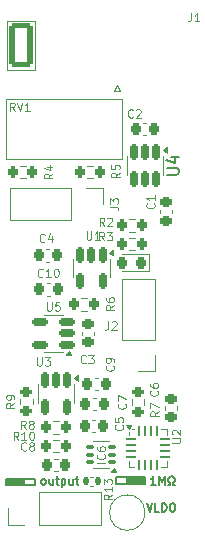
<source format=gbr>
%TF.GenerationSoftware,KiCad,Pcbnew,9.0.2*%
%TF.CreationDate,2025-10-14T11:54:41+02:00*%
%TF.ProjectId,nA_current_shunt_monitor_gum,6e415f63-7572-4726-956e-745f7368756e,rev?*%
%TF.SameCoordinates,Original*%
%TF.FileFunction,Legend,Top*%
%TF.FilePolarity,Positive*%
%FSLAX46Y46*%
G04 Gerber Fmt 4.6, Leading zero omitted, Abs format (unit mm)*
G04 Created by KiCad (PCBNEW 9.0.2) date 2025-10-14 11:54:41*
%MOMM*%
%LPD*%
G01*
G04 APERTURE LIST*
G04 Aperture macros list*
%AMRoundRect*
0 Rectangle with rounded corners*
0 $1 Rounding radius*
0 $2 $3 $4 $5 $6 $7 $8 $9 X,Y pos of 4 corners*
0 Add a 4 corners polygon primitive as box body*
4,1,4,$2,$3,$4,$5,$6,$7,$8,$9,$2,$3,0*
0 Add four circle primitives for the rounded corners*
1,1,$1+$1,$2,$3*
1,1,$1+$1,$4,$5*
1,1,$1+$1,$6,$7*
1,1,$1+$1,$8,$9*
0 Add four rect primitives between the rounded corners*
20,1,$1+$1,$2,$3,$4,$5,0*
20,1,$1+$1,$4,$5,$6,$7,0*
20,1,$1+$1,$6,$7,$8,$9,0*
20,1,$1+$1,$8,$9,$2,$3,0*%
G04 Aperture macros list end*
%ADD10C,0.150000*%
%ADD11C,0.087500*%
%ADD12C,0.120000*%
%ADD13R,1.500000X5.080000*%
%ADD14R,1.700000X1.700000*%
%ADD15C,1.700000*%
%ADD16RoundRect,0.200000X-0.200000X-0.275000X0.200000X-0.275000X0.200000X0.275000X-0.200000X0.275000X0*%
%ADD17RoundRect,0.200000X0.200000X0.275000X-0.200000X0.275000X-0.200000X-0.275000X0.200000X-0.275000X0*%
%ADD18RoundRect,0.225000X-0.225000X-0.250000X0.225000X-0.250000X0.225000X0.250000X-0.225000X0.250000X0*%
%ADD19RoundRect,0.225000X0.250000X-0.225000X0.250000X0.225000X-0.250000X0.225000X-0.250000X-0.225000X0*%
%ADD20RoundRect,0.200000X0.275000X-0.200000X0.275000X0.200000X-0.275000X0.200000X-0.275000X-0.200000X0*%
%ADD21RoundRect,0.150000X-0.150000X0.512500X-0.150000X-0.512500X0.150000X-0.512500X0.150000X0.512500X0*%
%ADD22RoundRect,0.062500X-0.375000X-0.062500X0.375000X-0.062500X0.375000X0.062500X-0.375000X0.062500X0*%
%ADD23RoundRect,0.062500X-0.062500X-0.375000X0.062500X-0.375000X0.062500X0.375000X-0.062500X0.375000X0*%
%ADD24R,0.800000X0.800000*%
%ADD25RoundRect,0.225000X-0.250000X0.225000X-0.250000X-0.225000X0.250000X-0.225000X0.250000X0.225000X0*%
%ADD26RoundRect,0.250000X0.750000X-1.650000X0.750000X1.650000X-0.750000X1.650000X-0.750000X-1.650000X0*%
%ADD27RoundRect,0.100000X0.225000X0.100000X-0.225000X0.100000X-0.225000X-0.100000X0.225000X-0.100000X0*%
%ADD28C,1.440000*%
%ADD29RoundRect,0.225000X0.225000X0.250000X-0.225000X0.250000X-0.225000X-0.250000X0.225000X-0.250000X0*%
%ADD30RoundRect,0.218750X0.218750X0.256250X-0.218750X0.256250X-0.218750X-0.256250X0.218750X-0.256250X0*%
%ADD31RoundRect,0.135000X0.135000X0.185000X-0.135000X0.185000X-0.135000X-0.185000X0.135000X-0.185000X0*%
%ADD32C,2.000000*%
%ADD33RoundRect,0.150000X0.512500X0.150000X-0.512500X0.150000X-0.512500X-0.150000X0.512500X-0.150000X0*%
G04 APERTURE END LIST*
D10*
X122337500Y-105862500D02*
X123862500Y-105862500D01*
X123862500Y-106437500D01*
X122337500Y-106437500D01*
X122337500Y-105862500D01*
G36*
X122337500Y-105862500D02*
G01*
X123862500Y-105862500D01*
X123862500Y-106437500D01*
X122337500Y-106437500D01*
X122337500Y-105862500D01*
G37*
X131687500Y-105775000D02*
X134162500Y-105775000D01*
X134162500Y-106350000D01*
X131687500Y-106350000D01*
X131687500Y-105775000D01*
X132637500Y-105775000D02*
X134162500Y-105775000D01*
X134162500Y-106350000D01*
X132637500Y-106350000D01*
X132637500Y-105775000D01*
G36*
X132637500Y-105775000D02*
G01*
X134162500Y-105775000D01*
X134162500Y-106350000D01*
X132637500Y-106350000D01*
X132637500Y-105775000D01*
G37*
X122337500Y-105862500D02*
X124812500Y-105862500D01*
X124812500Y-106437500D01*
X122337500Y-106437500D01*
X122337500Y-105862500D01*
X134290350Y-107956533D02*
X134523684Y-108656533D01*
X134523684Y-108656533D02*
X134757017Y-107956533D01*
X135323684Y-108656533D02*
X134990350Y-108656533D01*
X134990350Y-108656533D02*
X134990350Y-107956533D01*
X135557017Y-108656533D02*
X135557017Y-107956533D01*
X135557017Y-107956533D02*
X135723684Y-107956533D01*
X135723684Y-107956533D02*
X135823684Y-107989866D01*
X135823684Y-107989866D02*
X135890351Y-108056533D01*
X135890351Y-108056533D02*
X135923684Y-108123200D01*
X135923684Y-108123200D02*
X135957017Y-108256533D01*
X135957017Y-108256533D02*
X135957017Y-108356533D01*
X135957017Y-108356533D02*
X135923684Y-108489866D01*
X135923684Y-108489866D02*
X135890351Y-108556533D01*
X135890351Y-108556533D02*
X135823684Y-108623200D01*
X135823684Y-108623200D02*
X135723684Y-108656533D01*
X135723684Y-108656533D02*
X135557017Y-108656533D01*
X136390351Y-107956533D02*
X136523684Y-107956533D01*
X136523684Y-107956533D02*
X136590351Y-107989866D01*
X136590351Y-107989866D02*
X136657017Y-108056533D01*
X136657017Y-108056533D02*
X136690351Y-108189866D01*
X136690351Y-108189866D02*
X136690351Y-108423200D01*
X136690351Y-108423200D02*
X136657017Y-108556533D01*
X136657017Y-108556533D02*
X136590351Y-108623200D01*
X136590351Y-108623200D02*
X136523684Y-108656533D01*
X136523684Y-108656533D02*
X136390351Y-108656533D01*
X136390351Y-108656533D02*
X136323684Y-108623200D01*
X136323684Y-108623200D02*
X136257017Y-108556533D01*
X136257017Y-108556533D02*
X136223684Y-108423200D01*
X136223684Y-108423200D02*
X136223684Y-108189866D01*
X136223684Y-108189866D02*
X136257017Y-108056533D01*
X136257017Y-108056533D02*
X136323684Y-107989866D01*
X136323684Y-107989866D02*
X136390351Y-107956533D01*
X125492850Y-106378033D02*
X125426184Y-106344700D01*
X125426184Y-106344700D02*
X125392850Y-106311366D01*
X125392850Y-106311366D02*
X125359517Y-106244700D01*
X125359517Y-106244700D02*
X125359517Y-106044700D01*
X125359517Y-106044700D02*
X125392850Y-105978033D01*
X125392850Y-105978033D02*
X125426184Y-105944700D01*
X125426184Y-105944700D02*
X125492850Y-105911366D01*
X125492850Y-105911366D02*
X125592850Y-105911366D01*
X125592850Y-105911366D02*
X125659517Y-105944700D01*
X125659517Y-105944700D02*
X125692850Y-105978033D01*
X125692850Y-105978033D02*
X125726184Y-106044700D01*
X125726184Y-106044700D02*
X125726184Y-106244700D01*
X125726184Y-106244700D02*
X125692850Y-106311366D01*
X125692850Y-106311366D02*
X125659517Y-106344700D01*
X125659517Y-106344700D02*
X125592850Y-106378033D01*
X125592850Y-106378033D02*
X125492850Y-106378033D01*
X126326183Y-105911366D02*
X126326183Y-106378033D01*
X126026183Y-105911366D02*
X126026183Y-106278033D01*
X126026183Y-106278033D02*
X126059517Y-106344700D01*
X126059517Y-106344700D02*
X126126183Y-106378033D01*
X126126183Y-106378033D02*
X126226183Y-106378033D01*
X126226183Y-106378033D02*
X126292850Y-106344700D01*
X126292850Y-106344700D02*
X126326183Y-106311366D01*
X126559516Y-105911366D02*
X126826183Y-105911366D01*
X126659516Y-105678033D02*
X126659516Y-106278033D01*
X126659516Y-106278033D02*
X126692850Y-106344700D01*
X126692850Y-106344700D02*
X126759516Y-106378033D01*
X126759516Y-106378033D02*
X126826183Y-106378033D01*
X127059516Y-105911366D02*
X127059516Y-106611366D01*
X127059516Y-105944700D02*
X127126183Y-105911366D01*
X127126183Y-105911366D02*
X127259516Y-105911366D01*
X127259516Y-105911366D02*
X127326183Y-105944700D01*
X127326183Y-105944700D02*
X127359516Y-105978033D01*
X127359516Y-105978033D02*
X127392850Y-106044700D01*
X127392850Y-106044700D02*
X127392850Y-106244700D01*
X127392850Y-106244700D02*
X127359516Y-106311366D01*
X127359516Y-106311366D02*
X127326183Y-106344700D01*
X127326183Y-106344700D02*
X127259516Y-106378033D01*
X127259516Y-106378033D02*
X127126183Y-106378033D01*
X127126183Y-106378033D02*
X127059516Y-106344700D01*
X127992849Y-105911366D02*
X127992849Y-106378033D01*
X127692849Y-105911366D02*
X127692849Y-106278033D01*
X127692849Y-106278033D02*
X127726183Y-106344700D01*
X127726183Y-106344700D02*
X127792849Y-106378033D01*
X127792849Y-106378033D02*
X127892849Y-106378033D01*
X127892849Y-106378033D02*
X127959516Y-106344700D01*
X127959516Y-106344700D02*
X127992849Y-106311366D01*
X128226182Y-105911366D02*
X128492849Y-105911366D01*
X128326182Y-105678033D02*
X128326182Y-106278033D01*
X128326182Y-106278033D02*
X128359516Y-106344700D01*
X128359516Y-106344700D02*
X128426182Y-106378033D01*
X128426182Y-106378033D02*
X128492849Y-106378033D01*
X135034517Y-106378033D02*
X134634517Y-106378033D01*
X134834517Y-106378033D02*
X134834517Y-105678033D01*
X134834517Y-105678033D02*
X134767850Y-105778033D01*
X134767850Y-105778033D02*
X134701184Y-105844700D01*
X134701184Y-105844700D02*
X134634517Y-105878033D01*
X135334517Y-106378033D02*
X135334517Y-105678033D01*
X135334517Y-105678033D02*
X135567851Y-106178033D01*
X135567851Y-106178033D02*
X135801184Y-105678033D01*
X135801184Y-105678033D02*
X135801184Y-106378033D01*
X136101184Y-106378033D02*
X136267851Y-106378033D01*
X136267851Y-106378033D02*
X136267851Y-106244700D01*
X136267851Y-106244700D02*
X136201184Y-106211366D01*
X136201184Y-106211366D02*
X136134517Y-106144700D01*
X136134517Y-106144700D02*
X136101184Y-106044700D01*
X136101184Y-106044700D02*
X136101184Y-105878033D01*
X136101184Y-105878033D02*
X136134517Y-105778033D01*
X136134517Y-105778033D02*
X136201184Y-105711366D01*
X136201184Y-105711366D02*
X136301184Y-105678033D01*
X136301184Y-105678033D02*
X136434517Y-105678033D01*
X136434517Y-105678033D02*
X136534517Y-105711366D01*
X136534517Y-105711366D02*
X136601184Y-105778033D01*
X136601184Y-105778033D02*
X136634517Y-105878033D01*
X136634517Y-105878033D02*
X136634517Y-106044700D01*
X136634517Y-106044700D02*
X136601184Y-106144700D01*
X136601184Y-106144700D02*
X136534517Y-106211366D01*
X136534517Y-106211366D02*
X136467851Y-106244700D01*
X136467851Y-106244700D02*
X136467851Y-106378033D01*
X136467851Y-106378033D02*
X136634517Y-106378033D01*
D11*
X138031666Y-66464283D02*
X138031666Y-66964283D01*
X138031666Y-66964283D02*
X137998333Y-67064283D01*
X137998333Y-67064283D02*
X137931666Y-67130950D01*
X137931666Y-67130950D02*
X137831666Y-67164283D01*
X137831666Y-67164283D02*
X137765000Y-67164283D01*
X138731666Y-67164283D02*
X138331666Y-67164283D01*
X138531666Y-67164283D02*
X138531666Y-66464283D01*
X138531666Y-66464283D02*
X138464999Y-66564283D01*
X138464999Y-66564283D02*
X138398333Y-66630950D01*
X138398333Y-66630950D02*
X138331666Y-66664283D01*
X126289283Y-80046666D02*
X125955950Y-80279999D01*
X126289283Y-80446666D02*
X125589283Y-80446666D01*
X125589283Y-80446666D02*
X125589283Y-80179999D01*
X125589283Y-80179999D02*
X125622616Y-80113333D01*
X125622616Y-80113333D02*
X125655950Y-80079999D01*
X125655950Y-80079999D02*
X125722616Y-80046666D01*
X125722616Y-80046666D02*
X125822616Y-80046666D01*
X125822616Y-80046666D02*
X125889283Y-80079999D01*
X125889283Y-80079999D02*
X125922616Y-80113333D01*
X125922616Y-80113333D02*
X125955950Y-80179999D01*
X125955950Y-80179999D02*
X125955950Y-80446666D01*
X125822616Y-79446666D02*
X126289283Y-79446666D01*
X125555950Y-79613333D02*
X126055950Y-79779999D01*
X126055950Y-79779999D02*
X126055950Y-79346666D01*
X130678333Y-84474283D02*
X130445000Y-84140950D01*
X130278333Y-84474283D02*
X130278333Y-83774283D01*
X130278333Y-83774283D02*
X130545000Y-83774283D01*
X130545000Y-83774283D02*
X130611667Y-83807616D01*
X130611667Y-83807616D02*
X130645000Y-83840950D01*
X130645000Y-83840950D02*
X130678333Y-83907616D01*
X130678333Y-83907616D02*
X130678333Y-84007616D01*
X130678333Y-84007616D02*
X130645000Y-84074283D01*
X130645000Y-84074283D02*
X130611667Y-84107616D01*
X130611667Y-84107616D02*
X130545000Y-84140950D01*
X130545000Y-84140950D02*
X130278333Y-84140950D01*
X130945000Y-83840950D02*
X130978333Y-83807616D01*
X130978333Y-83807616D02*
X131045000Y-83774283D01*
X131045000Y-83774283D02*
X131211667Y-83774283D01*
X131211667Y-83774283D02*
X131278333Y-83807616D01*
X131278333Y-83807616D02*
X131311667Y-83840950D01*
X131311667Y-83840950D02*
X131345000Y-83907616D01*
X131345000Y-83907616D02*
X131345000Y-83974283D01*
X131345000Y-83974283D02*
X131311667Y-84074283D01*
X131311667Y-84074283D02*
X130911667Y-84474283D01*
X130911667Y-84474283D02*
X131345000Y-84474283D01*
X132212616Y-101336666D02*
X132245950Y-101369999D01*
X132245950Y-101369999D02*
X132279283Y-101469999D01*
X132279283Y-101469999D02*
X132279283Y-101536666D01*
X132279283Y-101536666D02*
X132245950Y-101636666D01*
X132245950Y-101636666D02*
X132179283Y-101703333D01*
X132179283Y-101703333D02*
X132112616Y-101736666D01*
X132112616Y-101736666D02*
X131979283Y-101769999D01*
X131979283Y-101769999D02*
X131879283Y-101769999D01*
X131879283Y-101769999D02*
X131745950Y-101736666D01*
X131745950Y-101736666D02*
X131679283Y-101703333D01*
X131679283Y-101703333D02*
X131612616Y-101636666D01*
X131612616Y-101636666D02*
X131579283Y-101536666D01*
X131579283Y-101536666D02*
X131579283Y-101469999D01*
X131579283Y-101469999D02*
X131612616Y-101369999D01*
X131612616Y-101369999D02*
X131645950Y-101336666D01*
X131579283Y-100703333D02*
X131579283Y-101036666D01*
X131579283Y-101036666D02*
X131912616Y-101069999D01*
X131912616Y-101069999D02*
X131879283Y-101036666D01*
X131879283Y-101036666D02*
X131845950Y-100969999D01*
X131845950Y-100969999D02*
X131845950Y-100803333D01*
X131845950Y-100803333D02*
X131879283Y-100736666D01*
X131879283Y-100736666D02*
X131912616Y-100703333D01*
X131912616Y-100703333D02*
X131979283Y-100669999D01*
X131979283Y-100669999D02*
X132145950Y-100669999D01*
X132145950Y-100669999D02*
X132212616Y-100703333D01*
X132212616Y-100703333D02*
X132245950Y-100736666D01*
X132245950Y-100736666D02*
X132279283Y-100803333D01*
X132279283Y-100803333D02*
X132279283Y-100969999D01*
X132279283Y-100969999D02*
X132245950Y-101036666D01*
X132245950Y-101036666D02*
X132212616Y-101069999D01*
X135172616Y-98426666D02*
X135205950Y-98459999D01*
X135205950Y-98459999D02*
X135239283Y-98559999D01*
X135239283Y-98559999D02*
X135239283Y-98626666D01*
X135239283Y-98626666D02*
X135205950Y-98726666D01*
X135205950Y-98726666D02*
X135139283Y-98793333D01*
X135139283Y-98793333D02*
X135072616Y-98826666D01*
X135072616Y-98826666D02*
X134939283Y-98859999D01*
X134939283Y-98859999D02*
X134839283Y-98859999D01*
X134839283Y-98859999D02*
X134705950Y-98826666D01*
X134705950Y-98826666D02*
X134639283Y-98793333D01*
X134639283Y-98793333D02*
X134572616Y-98726666D01*
X134572616Y-98726666D02*
X134539283Y-98626666D01*
X134539283Y-98626666D02*
X134539283Y-98559999D01*
X134539283Y-98559999D02*
X134572616Y-98459999D01*
X134572616Y-98459999D02*
X134605950Y-98426666D01*
X134539283Y-97826666D02*
X134539283Y-97959999D01*
X134539283Y-97959999D02*
X134572616Y-98026666D01*
X134572616Y-98026666D02*
X134605950Y-98059999D01*
X134605950Y-98059999D02*
X134705950Y-98126666D01*
X134705950Y-98126666D02*
X134839283Y-98159999D01*
X134839283Y-98159999D02*
X135105950Y-98159999D01*
X135105950Y-98159999D02*
X135172616Y-98126666D01*
X135172616Y-98126666D02*
X135205950Y-98093333D01*
X135205950Y-98093333D02*
X135239283Y-98026666D01*
X135239283Y-98026666D02*
X135239283Y-97893333D01*
X135239283Y-97893333D02*
X135205950Y-97826666D01*
X135205950Y-97826666D02*
X135172616Y-97793333D01*
X135172616Y-97793333D02*
X135105950Y-97759999D01*
X135105950Y-97759999D02*
X134939283Y-97759999D01*
X134939283Y-97759999D02*
X134872616Y-97793333D01*
X134872616Y-97793333D02*
X134839283Y-97826666D01*
X134839283Y-97826666D02*
X134805950Y-97893333D01*
X134805950Y-97893333D02*
X134805950Y-98026666D01*
X134805950Y-98026666D02*
X134839283Y-98093333D01*
X134839283Y-98093333D02*
X134872616Y-98126666D01*
X134872616Y-98126666D02*
X134939283Y-98159999D01*
X123069283Y-99451666D02*
X122735950Y-99684999D01*
X123069283Y-99851666D02*
X122369283Y-99851666D01*
X122369283Y-99851666D02*
X122369283Y-99584999D01*
X122369283Y-99584999D02*
X122402616Y-99518333D01*
X122402616Y-99518333D02*
X122435950Y-99484999D01*
X122435950Y-99484999D02*
X122502616Y-99451666D01*
X122502616Y-99451666D02*
X122602616Y-99451666D01*
X122602616Y-99451666D02*
X122669283Y-99484999D01*
X122669283Y-99484999D02*
X122702616Y-99518333D01*
X122702616Y-99518333D02*
X122735950Y-99584999D01*
X122735950Y-99584999D02*
X122735950Y-99851666D01*
X123069283Y-99118333D02*
X123069283Y-98984999D01*
X123069283Y-98984999D02*
X123035950Y-98918333D01*
X123035950Y-98918333D02*
X123002616Y-98884999D01*
X123002616Y-98884999D02*
X122902616Y-98818333D01*
X122902616Y-98818333D02*
X122769283Y-98784999D01*
X122769283Y-98784999D02*
X122502616Y-98784999D01*
X122502616Y-98784999D02*
X122435950Y-98818333D01*
X122435950Y-98818333D02*
X122402616Y-98851666D01*
X122402616Y-98851666D02*
X122369283Y-98918333D01*
X122369283Y-98918333D02*
X122369283Y-99051666D01*
X122369283Y-99051666D02*
X122402616Y-99118333D01*
X122402616Y-99118333D02*
X122435950Y-99151666D01*
X122435950Y-99151666D02*
X122502616Y-99184999D01*
X122502616Y-99184999D02*
X122669283Y-99184999D01*
X122669283Y-99184999D02*
X122735950Y-99151666D01*
X122735950Y-99151666D02*
X122769283Y-99118333D01*
X122769283Y-99118333D02*
X122802616Y-99051666D01*
X122802616Y-99051666D02*
X122802616Y-98918333D01*
X122802616Y-98918333D02*
X122769283Y-98851666D01*
X122769283Y-98851666D02*
X122735950Y-98818333D01*
X122735950Y-98818333D02*
X122669283Y-98784999D01*
X125469999Y-88732616D02*
X125436666Y-88765950D01*
X125436666Y-88765950D02*
X125336666Y-88799283D01*
X125336666Y-88799283D02*
X125269999Y-88799283D01*
X125269999Y-88799283D02*
X125169999Y-88765950D01*
X125169999Y-88765950D02*
X125103333Y-88699283D01*
X125103333Y-88699283D02*
X125069999Y-88632616D01*
X125069999Y-88632616D02*
X125036666Y-88499283D01*
X125036666Y-88499283D02*
X125036666Y-88399283D01*
X125036666Y-88399283D02*
X125069999Y-88265950D01*
X125069999Y-88265950D02*
X125103333Y-88199283D01*
X125103333Y-88199283D02*
X125169999Y-88132616D01*
X125169999Y-88132616D02*
X125269999Y-88099283D01*
X125269999Y-88099283D02*
X125336666Y-88099283D01*
X125336666Y-88099283D02*
X125436666Y-88132616D01*
X125436666Y-88132616D02*
X125469999Y-88165950D01*
X126136666Y-88799283D02*
X125736666Y-88799283D01*
X125936666Y-88799283D02*
X125936666Y-88099283D01*
X125936666Y-88099283D02*
X125869999Y-88199283D01*
X125869999Y-88199283D02*
X125803333Y-88265950D01*
X125803333Y-88265950D02*
X125736666Y-88299283D01*
X126570000Y-88099283D02*
X126636666Y-88099283D01*
X126636666Y-88099283D02*
X126703333Y-88132616D01*
X126703333Y-88132616D02*
X126736666Y-88165950D01*
X126736666Y-88165950D02*
X126770000Y-88232616D01*
X126770000Y-88232616D02*
X126803333Y-88365950D01*
X126803333Y-88365950D02*
X126803333Y-88532616D01*
X126803333Y-88532616D02*
X126770000Y-88665950D01*
X126770000Y-88665950D02*
X126736666Y-88732616D01*
X126736666Y-88732616D02*
X126703333Y-88765950D01*
X126703333Y-88765950D02*
X126636666Y-88799283D01*
X126636666Y-88799283D02*
X126570000Y-88799283D01*
X126570000Y-88799283D02*
X126503333Y-88765950D01*
X126503333Y-88765950D02*
X126470000Y-88732616D01*
X126470000Y-88732616D02*
X126436666Y-88665950D01*
X126436666Y-88665950D02*
X126403333Y-88532616D01*
X126403333Y-88532616D02*
X126403333Y-88365950D01*
X126403333Y-88365950D02*
X126436666Y-88232616D01*
X126436666Y-88232616D02*
X126470000Y-88165950D01*
X126470000Y-88165950D02*
X126503333Y-88132616D01*
X126503333Y-88132616D02*
X126570000Y-88099283D01*
X124976666Y-95599283D02*
X124976666Y-96165950D01*
X124976666Y-96165950D02*
X125010000Y-96232616D01*
X125010000Y-96232616D02*
X125043333Y-96265950D01*
X125043333Y-96265950D02*
X125110000Y-96299283D01*
X125110000Y-96299283D02*
X125243333Y-96299283D01*
X125243333Y-96299283D02*
X125310000Y-96265950D01*
X125310000Y-96265950D02*
X125343333Y-96232616D01*
X125343333Y-96232616D02*
X125376666Y-96165950D01*
X125376666Y-96165950D02*
X125376666Y-95599283D01*
X125643333Y-95599283D02*
X126076666Y-95599283D01*
X126076666Y-95599283D02*
X125843333Y-95865950D01*
X125843333Y-95865950D02*
X125943333Y-95865950D01*
X125943333Y-95865950D02*
X126009999Y-95899283D01*
X126009999Y-95899283D02*
X126043333Y-95932616D01*
X126043333Y-95932616D02*
X126076666Y-95999283D01*
X126076666Y-95999283D02*
X126076666Y-96165950D01*
X126076666Y-96165950D02*
X126043333Y-96232616D01*
X126043333Y-96232616D02*
X126009999Y-96265950D01*
X126009999Y-96265950D02*
X125943333Y-96299283D01*
X125943333Y-96299283D02*
X125743333Y-96299283D01*
X125743333Y-96299283D02*
X125676666Y-96265950D01*
X125676666Y-96265950D02*
X125643333Y-96232616D01*
X136419283Y-102833333D02*
X136985950Y-102833333D01*
X136985950Y-102833333D02*
X137052616Y-102800000D01*
X137052616Y-102800000D02*
X137085950Y-102766666D01*
X137085950Y-102766666D02*
X137119283Y-102700000D01*
X137119283Y-102700000D02*
X137119283Y-102566666D01*
X137119283Y-102566666D02*
X137085950Y-102500000D01*
X137085950Y-102500000D02*
X137052616Y-102466666D01*
X137052616Y-102466666D02*
X136985950Y-102433333D01*
X136985950Y-102433333D02*
X136419283Y-102433333D01*
X136485950Y-102133333D02*
X136452616Y-102100000D01*
X136452616Y-102100000D02*
X136419283Y-102033333D01*
X136419283Y-102033333D02*
X136419283Y-101866667D01*
X136419283Y-101866667D02*
X136452616Y-101800000D01*
X136452616Y-101800000D02*
X136485950Y-101766667D01*
X136485950Y-101766667D02*
X136552616Y-101733333D01*
X136552616Y-101733333D02*
X136619283Y-101733333D01*
X136619283Y-101733333D02*
X136719283Y-101766667D01*
X136719283Y-101766667D02*
X137119283Y-102166667D01*
X137119283Y-102166667D02*
X137119283Y-101733333D01*
X135279283Y-100166666D02*
X134945950Y-100399999D01*
X135279283Y-100566666D02*
X134579283Y-100566666D01*
X134579283Y-100566666D02*
X134579283Y-100299999D01*
X134579283Y-100299999D02*
X134612616Y-100233333D01*
X134612616Y-100233333D02*
X134645950Y-100199999D01*
X134645950Y-100199999D02*
X134712616Y-100166666D01*
X134712616Y-100166666D02*
X134812616Y-100166666D01*
X134812616Y-100166666D02*
X134879283Y-100199999D01*
X134879283Y-100199999D02*
X134912616Y-100233333D01*
X134912616Y-100233333D02*
X134945950Y-100299999D01*
X134945950Y-100299999D02*
X134945950Y-100566666D01*
X134579283Y-99933333D02*
X134579283Y-99466666D01*
X134579283Y-99466666D02*
X135279283Y-99766666D01*
X131016666Y-92569283D02*
X131016666Y-93069283D01*
X131016666Y-93069283D02*
X130983333Y-93169283D01*
X130983333Y-93169283D02*
X130916666Y-93235950D01*
X130916666Y-93235950D02*
X130816666Y-93269283D01*
X130816666Y-93269283D02*
X130750000Y-93269283D01*
X131316666Y-92635950D02*
X131349999Y-92602616D01*
X131349999Y-92602616D02*
X131416666Y-92569283D01*
X131416666Y-92569283D02*
X131583333Y-92569283D01*
X131583333Y-92569283D02*
X131649999Y-92602616D01*
X131649999Y-92602616D02*
X131683333Y-92635950D01*
X131683333Y-92635950D02*
X131716666Y-92702616D01*
X131716666Y-92702616D02*
X131716666Y-92769283D01*
X131716666Y-92769283D02*
X131683333Y-92869283D01*
X131683333Y-92869283D02*
X131283333Y-93269283D01*
X131283333Y-93269283D02*
X131716666Y-93269283D01*
X129103333Y-96042616D02*
X129070000Y-96075950D01*
X129070000Y-96075950D02*
X128970000Y-96109283D01*
X128970000Y-96109283D02*
X128903333Y-96109283D01*
X128903333Y-96109283D02*
X128803333Y-96075950D01*
X128803333Y-96075950D02*
X128736667Y-96009283D01*
X128736667Y-96009283D02*
X128703333Y-95942616D01*
X128703333Y-95942616D02*
X128670000Y-95809283D01*
X128670000Y-95809283D02*
X128670000Y-95709283D01*
X128670000Y-95709283D02*
X128703333Y-95575950D01*
X128703333Y-95575950D02*
X128736667Y-95509283D01*
X128736667Y-95509283D02*
X128803333Y-95442616D01*
X128803333Y-95442616D02*
X128903333Y-95409283D01*
X128903333Y-95409283D02*
X128970000Y-95409283D01*
X128970000Y-95409283D02*
X129070000Y-95442616D01*
X129070000Y-95442616D02*
X129103333Y-95475950D01*
X129336667Y-95409283D02*
X129770000Y-95409283D01*
X129770000Y-95409283D02*
X129536667Y-95675950D01*
X129536667Y-95675950D02*
X129636667Y-95675950D01*
X129636667Y-95675950D02*
X129703333Y-95709283D01*
X129703333Y-95709283D02*
X129736667Y-95742616D01*
X129736667Y-95742616D02*
X129770000Y-95809283D01*
X129770000Y-95809283D02*
X129770000Y-95975950D01*
X129770000Y-95975950D02*
X129736667Y-96042616D01*
X129736667Y-96042616D02*
X129703333Y-96075950D01*
X129703333Y-96075950D02*
X129636667Y-96109283D01*
X129636667Y-96109283D02*
X129436667Y-96109283D01*
X129436667Y-96109283D02*
X129370000Y-96075950D01*
X129370000Y-96075950D02*
X129336667Y-96042616D01*
D10*
X135979819Y-80136904D02*
X136789342Y-80136904D01*
X136789342Y-80136904D02*
X136884580Y-80089285D01*
X136884580Y-80089285D02*
X136932200Y-80041666D01*
X136932200Y-80041666D02*
X136979819Y-79946428D01*
X136979819Y-79946428D02*
X136979819Y-79755952D01*
X136979819Y-79755952D02*
X136932200Y-79660714D01*
X136932200Y-79660714D02*
X136884580Y-79613095D01*
X136884580Y-79613095D02*
X136789342Y-79565476D01*
X136789342Y-79565476D02*
X135979819Y-79565476D01*
X136313152Y-78660714D02*
X136979819Y-78660714D01*
X135932200Y-78898809D02*
X136646485Y-79136904D01*
X136646485Y-79136904D02*
X136646485Y-78517857D01*
D11*
X134877616Y-82566666D02*
X134910950Y-82599999D01*
X134910950Y-82599999D02*
X134944283Y-82699999D01*
X134944283Y-82699999D02*
X134944283Y-82766666D01*
X134944283Y-82766666D02*
X134910950Y-82866666D01*
X134910950Y-82866666D02*
X134844283Y-82933333D01*
X134844283Y-82933333D02*
X134777616Y-82966666D01*
X134777616Y-82966666D02*
X134644283Y-82999999D01*
X134644283Y-82999999D02*
X134544283Y-82999999D01*
X134544283Y-82999999D02*
X134410950Y-82966666D01*
X134410950Y-82966666D02*
X134344283Y-82933333D01*
X134344283Y-82933333D02*
X134277616Y-82866666D01*
X134277616Y-82866666D02*
X134244283Y-82766666D01*
X134244283Y-82766666D02*
X134244283Y-82699999D01*
X134244283Y-82699999D02*
X134277616Y-82599999D01*
X134277616Y-82599999D02*
X134310950Y-82566666D01*
X134944283Y-81899999D02*
X134944283Y-82299999D01*
X134944283Y-82099999D02*
X134244283Y-82099999D01*
X134244283Y-82099999D02*
X134344283Y-82166666D01*
X134344283Y-82166666D02*
X134410950Y-82233333D01*
X134410950Y-82233333D02*
X134444283Y-82299999D01*
X133103333Y-75237616D02*
X133070000Y-75270950D01*
X133070000Y-75270950D02*
X132970000Y-75304283D01*
X132970000Y-75304283D02*
X132903333Y-75304283D01*
X132903333Y-75304283D02*
X132803333Y-75270950D01*
X132803333Y-75270950D02*
X132736667Y-75204283D01*
X132736667Y-75204283D02*
X132703333Y-75137616D01*
X132703333Y-75137616D02*
X132670000Y-75004283D01*
X132670000Y-75004283D02*
X132670000Y-74904283D01*
X132670000Y-74904283D02*
X132703333Y-74770950D01*
X132703333Y-74770950D02*
X132736667Y-74704283D01*
X132736667Y-74704283D02*
X132803333Y-74637616D01*
X132803333Y-74637616D02*
X132903333Y-74604283D01*
X132903333Y-74604283D02*
X132970000Y-74604283D01*
X132970000Y-74604283D02*
X133070000Y-74637616D01*
X133070000Y-74637616D02*
X133103333Y-74670950D01*
X133370000Y-74670950D02*
X133403333Y-74637616D01*
X133403333Y-74637616D02*
X133470000Y-74604283D01*
X133470000Y-74604283D02*
X133636667Y-74604283D01*
X133636667Y-74604283D02*
X133703333Y-74637616D01*
X133703333Y-74637616D02*
X133736667Y-74670950D01*
X133736667Y-74670950D02*
X133770000Y-74737616D01*
X133770000Y-74737616D02*
X133770000Y-74804283D01*
X133770000Y-74804283D02*
X133736667Y-74904283D01*
X133736667Y-74904283D02*
X133336667Y-75304283D01*
X133336667Y-75304283D02*
X133770000Y-75304283D01*
X131509283Y-91176666D02*
X131175950Y-91409999D01*
X131509283Y-91576666D02*
X130809283Y-91576666D01*
X130809283Y-91576666D02*
X130809283Y-91309999D01*
X130809283Y-91309999D02*
X130842616Y-91243333D01*
X130842616Y-91243333D02*
X130875950Y-91209999D01*
X130875950Y-91209999D02*
X130942616Y-91176666D01*
X130942616Y-91176666D02*
X131042616Y-91176666D01*
X131042616Y-91176666D02*
X131109283Y-91209999D01*
X131109283Y-91209999D02*
X131142616Y-91243333D01*
X131142616Y-91243333D02*
X131175950Y-91309999D01*
X131175950Y-91309999D02*
X131175950Y-91576666D01*
X130809283Y-90576666D02*
X130809283Y-90709999D01*
X130809283Y-90709999D02*
X130842616Y-90776666D01*
X130842616Y-90776666D02*
X130875950Y-90809999D01*
X130875950Y-90809999D02*
X130975950Y-90876666D01*
X130975950Y-90876666D02*
X131109283Y-90909999D01*
X131109283Y-90909999D02*
X131375950Y-90909999D01*
X131375950Y-90909999D02*
X131442616Y-90876666D01*
X131442616Y-90876666D02*
X131475950Y-90843333D01*
X131475950Y-90843333D02*
X131509283Y-90776666D01*
X131509283Y-90776666D02*
X131509283Y-90643333D01*
X131509283Y-90643333D02*
X131475950Y-90576666D01*
X131475950Y-90576666D02*
X131442616Y-90543333D01*
X131442616Y-90543333D02*
X131375950Y-90509999D01*
X131375950Y-90509999D02*
X131209283Y-90509999D01*
X131209283Y-90509999D02*
X131142616Y-90543333D01*
X131142616Y-90543333D02*
X131109283Y-90576666D01*
X131109283Y-90576666D02*
X131075950Y-90643333D01*
X131075950Y-90643333D02*
X131075950Y-90776666D01*
X131075950Y-90776666D02*
X131109283Y-90843333D01*
X131109283Y-90843333D02*
X131142616Y-90876666D01*
X131142616Y-90876666D02*
X131209283Y-90909999D01*
X130744283Y-104533333D02*
X130044283Y-104533333D01*
X130677616Y-103800000D02*
X130710950Y-103833333D01*
X130710950Y-103833333D02*
X130744283Y-103933333D01*
X130744283Y-103933333D02*
X130744283Y-104000000D01*
X130744283Y-104000000D02*
X130710950Y-104100000D01*
X130710950Y-104100000D02*
X130644283Y-104166667D01*
X130644283Y-104166667D02*
X130577616Y-104200000D01*
X130577616Y-104200000D02*
X130444283Y-104233333D01*
X130444283Y-104233333D02*
X130344283Y-104233333D01*
X130344283Y-104233333D02*
X130210950Y-104200000D01*
X130210950Y-104200000D02*
X130144283Y-104166667D01*
X130144283Y-104166667D02*
X130077616Y-104100000D01*
X130077616Y-104100000D02*
X130044283Y-104000000D01*
X130044283Y-104000000D02*
X130044283Y-103933333D01*
X130044283Y-103933333D02*
X130077616Y-103833333D01*
X130077616Y-103833333D02*
X130110950Y-103800000D01*
X130044283Y-103200000D02*
X130044283Y-103333333D01*
X130044283Y-103333333D02*
X130077616Y-103400000D01*
X130077616Y-103400000D02*
X130110950Y-103433333D01*
X130110950Y-103433333D02*
X130210950Y-103500000D01*
X130210950Y-103500000D02*
X130344283Y-103533333D01*
X130344283Y-103533333D02*
X130610950Y-103533333D01*
X130610950Y-103533333D02*
X130677616Y-103500000D01*
X130677616Y-103500000D02*
X130710950Y-103466667D01*
X130710950Y-103466667D02*
X130744283Y-103400000D01*
X130744283Y-103400000D02*
X130744283Y-103266667D01*
X130744283Y-103266667D02*
X130710950Y-103200000D01*
X130710950Y-103200000D02*
X130677616Y-103166667D01*
X130677616Y-103166667D02*
X130610950Y-103133333D01*
X130610950Y-103133333D02*
X130444283Y-103133333D01*
X130444283Y-103133333D02*
X130377616Y-103166667D01*
X130377616Y-103166667D02*
X130344283Y-103200000D01*
X130344283Y-103200000D02*
X130310950Y-103266667D01*
X130310950Y-103266667D02*
X130310950Y-103400000D01*
X130310950Y-103400000D02*
X130344283Y-103466667D01*
X130344283Y-103466667D02*
X130377616Y-103500000D01*
X130377616Y-103500000D02*
X130444283Y-103533333D01*
X130658333Y-85694283D02*
X130425000Y-85360950D01*
X130258333Y-85694283D02*
X130258333Y-84994283D01*
X130258333Y-84994283D02*
X130525000Y-84994283D01*
X130525000Y-84994283D02*
X130591667Y-85027616D01*
X130591667Y-85027616D02*
X130625000Y-85060950D01*
X130625000Y-85060950D02*
X130658333Y-85127616D01*
X130658333Y-85127616D02*
X130658333Y-85227616D01*
X130658333Y-85227616D02*
X130625000Y-85294283D01*
X130625000Y-85294283D02*
X130591667Y-85327616D01*
X130591667Y-85327616D02*
X130525000Y-85360950D01*
X130525000Y-85360950D02*
X130258333Y-85360950D01*
X130891667Y-84994283D02*
X131325000Y-84994283D01*
X131325000Y-84994283D02*
X131091667Y-85260950D01*
X131091667Y-85260950D02*
X131191667Y-85260950D01*
X131191667Y-85260950D02*
X131258333Y-85294283D01*
X131258333Y-85294283D02*
X131291667Y-85327616D01*
X131291667Y-85327616D02*
X131325000Y-85394283D01*
X131325000Y-85394283D02*
X131325000Y-85560950D01*
X131325000Y-85560950D02*
X131291667Y-85627616D01*
X131291667Y-85627616D02*
X131258333Y-85660950D01*
X131258333Y-85660950D02*
X131191667Y-85694283D01*
X131191667Y-85694283D02*
X130991667Y-85694283D01*
X130991667Y-85694283D02*
X130925000Y-85660950D01*
X130925000Y-85660950D02*
X130891667Y-85627616D01*
X123083333Y-74744283D02*
X122850000Y-74410950D01*
X122683333Y-74744283D02*
X122683333Y-74044283D01*
X122683333Y-74044283D02*
X122950000Y-74044283D01*
X122950000Y-74044283D02*
X123016667Y-74077616D01*
X123016667Y-74077616D02*
X123050000Y-74110950D01*
X123050000Y-74110950D02*
X123083333Y-74177616D01*
X123083333Y-74177616D02*
X123083333Y-74277616D01*
X123083333Y-74277616D02*
X123050000Y-74344283D01*
X123050000Y-74344283D02*
X123016667Y-74377616D01*
X123016667Y-74377616D02*
X122950000Y-74410950D01*
X122950000Y-74410950D02*
X122683333Y-74410950D01*
X123283333Y-74044283D02*
X123516667Y-74744283D01*
X123516667Y-74744283D02*
X123750000Y-74044283D01*
X124350000Y-74744283D02*
X123950000Y-74744283D01*
X124150000Y-74744283D02*
X124150000Y-74044283D01*
X124150000Y-74044283D02*
X124083333Y-74144283D01*
X124083333Y-74144283D02*
X124016667Y-74210950D01*
X124016667Y-74210950D02*
X123950000Y-74244283D01*
X124058333Y-103427616D02*
X124025000Y-103460950D01*
X124025000Y-103460950D02*
X123925000Y-103494283D01*
X123925000Y-103494283D02*
X123858333Y-103494283D01*
X123858333Y-103494283D02*
X123758333Y-103460950D01*
X123758333Y-103460950D02*
X123691667Y-103394283D01*
X123691667Y-103394283D02*
X123658333Y-103327616D01*
X123658333Y-103327616D02*
X123625000Y-103194283D01*
X123625000Y-103194283D02*
X123625000Y-103094283D01*
X123625000Y-103094283D02*
X123658333Y-102960950D01*
X123658333Y-102960950D02*
X123691667Y-102894283D01*
X123691667Y-102894283D02*
X123758333Y-102827616D01*
X123758333Y-102827616D02*
X123858333Y-102794283D01*
X123858333Y-102794283D02*
X123925000Y-102794283D01*
X123925000Y-102794283D02*
X124025000Y-102827616D01*
X124025000Y-102827616D02*
X124058333Y-102860950D01*
X124458333Y-103094283D02*
X124391667Y-103060950D01*
X124391667Y-103060950D02*
X124358333Y-103027616D01*
X124358333Y-103027616D02*
X124325000Y-102960950D01*
X124325000Y-102960950D02*
X124325000Y-102927616D01*
X124325000Y-102927616D02*
X124358333Y-102860950D01*
X124358333Y-102860950D02*
X124391667Y-102827616D01*
X124391667Y-102827616D02*
X124458333Y-102794283D01*
X124458333Y-102794283D02*
X124591667Y-102794283D01*
X124591667Y-102794283D02*
X124658333Y-102827616D01*
X124658333Y-102827616D02*
X124691667Y-102860950D01*
X124691667Y-102860950D02*
X124725000Y-102927616D01*
X124725000Y-102927616D02*
X124725000Y-102960950D01*
X124725000Y-102960950D02*
X124691667Y-103027616D01*
X124691667Y-103027616D02*
X124658333Y-103060950D01*
X124658333Y-103060950D02*
X124591667Y-103094283D01*
X124591667Y-103094283D02*
X124458333Y-103094283D01*
X124458333Y-103094283D02*
X124391667Y-103127616D01*
X124391667Y-103127616D02*
X124358333Y-103160950D01*
X124358333Y-103160950D02*
X124325000Y-103227616D01*
X124325000Y-103227616D02*
X124325000Y-103360950D01*
X124325000Y-103360950D02*
X124358333Y-103427616D01*
X124358333Y-103427616D02*
X124391667Y-103460950D01*
X124391667Y-103460950D02*
X124458333Y-103494283D01*
X124458333Y-103494283D02*
X124591667Y-103494283D01*
X124591667Y-103494283D02*
X124658333Y-103460950D01*
X124658333Y-103460950D02*
X124691667Y-103427616D01*
X124691667Y-103427616D02*
X124725000Y-103360950D01*
X124725000Y-103360950D02*
X124725000Y-103227616D01*
X124725000Y-103227616D02*
X124691667Y-103160950D01*
X124691667Y-103160950D02*
X124658333Y-103127616D01*
X124658333Y-103127616D02*
X124591667Y-103094283D01*
X132442616Y-99526666D02*
X132475950Y-99559999D01*
X132475950Y-99559999D02*
X132509283Y-99659999D01*
X132509283Y-99659999D02*
X132509283Y-99726666D01*
X132509283Y-99726666D02*
X132475950Y-99826666D01*
X132475950Y-99826666D02*
X132409283Y-99893333D01*
X132409283Y-99893333D02*
X132342616Y-99926666D01*
X132342616Y-99926666D02*
X132209283Y-99959999D01*
X132209283Y-99959999D02*
X132109283Y-99959999D01*
X132109283Y-99959999D02*
X131975950Y-99926666D01*
X131975950Y-99926666D02*
X131909283Y-99893333D01*
X131909283Y-99893333D02*
X131842616Y-99826666D01*
X131842616Y-99826666D02*
X131809283Y-99726666D01*
X131809283Y-99726666D02*
X131809283Y-99659999D01*
X131809283Y-99659999D02*
X131842616Y-99559999D01*
X131842616Y-99559999D02*
X131875950Y-99526666D01*
X131809283Y-99293333D02*
X131809283Y-98826666D01*
X131809283Y-98826666D02*
X132509283Y-99126666D01*
X131319283Y-107225000D02*
X130985950Y-107458333D01*
X131319283Y-107625000D02*
X130619283Y-107625000D01*
X130619283Y-107625000D02*
X130619283Y-107358333D01*
X130619283Y-107358333D02*
X130652616Y-107291667D01*
X130652616Y-107291667D02*
X130685950Y-107258333D01*
X130685950Y-107258333D02*
X130752616Y-107225000D01*
X130752616Y-107225000D02*
X130852616Y-107225000D01*
X130852616Y-107225000D02*
X130919283Y-107258333D01*
X130919283Y-107258333D02*
X130952616Y-107291667D01*
X130952616Y-107291667D02*
X130985950Y-107358333D01*
X130985950Y-107358333D02*
X130985950Y-107625000D01*
X131319283Y-106558333D02*
X131319283Y-106958333D01*
X131319283Y-106758333D02*
X130619283Y-106758333D01*
X130619283Y-106758333D02*
X130719283Y-106825000D01*
X130719283Y-106825000D02*
X130785950Y-106891667D01*
X130785950Y-106891667D02*
X130819283Y-106958333D01*
X130619283Y-106325000D02*
X130619283Y-105891666D01*
X130619283Y-105891666D02*
X130885950Y-106125000D01*
X130885950Y-106125000D02*
X130885950Y-106025000D01*
X130885950Y-106025000D02*
X130919283Y-105958333D01*
X130919283Y-105958333D02*
X130952616Y-105925000D01*
X130952616Y-105925000D02*
X131019283Y-105891666D01*
X131019283Y-105891666D02*
X131185950Y-105891666D01*
X131185950Y-105891666D02*
X131252616Y-105925000D01*
X131252616Y-105925000D02*
X131285950Y-105958333D01*
X131285950Y-105958333D02*
X131319283Y-106025000D01*
X131319283Y-106025000D02*
X131319283Y-106225000D01*
X131319283Y-106225000D02*
X131285950Y-106291666D01*
X131285950Y-106291666D02*
X131252616Y-106325000D01*
X124033333Y-101669283D02*
X123800000Y-101335950D01*
X123633333Y-101669283D02*
X123633333Y-100969283D01*
X123633333Y-100969283D02*
X123900000Y-100969283D01*
X123900000Y-100969283D02*
X123966667Y-101002616D01*
X123966667Y-101002616D02*
X124000000Y-101035950D01*
X124000000Y-101035950D02*
X124033333Y-101102616D01*
X124033333Y-101102616D02*
X124033333Y-101202616D01*
X124033333Y-101202616D02*
X124000000Y-101269283D01*
X124000000Y-101269283D02*
X123966667Y-101302616D01*
X123966667Y-101302616D02*
X123900000Y-101335950D01*
X123900000Y-101335950D02*
X123633333Y-101335950D01*
X124433333Y-101269283D02*
X124366667Y-101235950D01*
X124366667Y-101235950D02*
X124333333Y-101202616D01*
X124333333Y-101202616D02*
X124300000Y-101135950D01*
X124300000Y-101135950D02*
X124300000Y-101102616D01*
X124300000Y-101102616D02*
X124333333Y-101035950D01*
X124333333Y-101035950D02*
X124366667Y-101002616D01*
X124366667Y-101002616D02*
X124433333Y-100969283D01*
X124433333Y-100969283D02*
X124566667Y-100969283D01*
X124566667Y-100969283D02*
X124633333Y-101002616D01*
X124633333Y-101002616D02*
X124666667Y-101035950D01*
X124666667Y-101035950D02*
X124700000Y-101102616D01*
X124700000Y-101102616D02*
X124700000Y-101135950D01*
X124700000Y-101135950D02*
X124666667Y-101202616D01*
X124666667Y-101202616D02*
X124633333Y-101235950D01*
X124633333Y-101235950D02*
X124566667Y-101269283D01*
X124566667Y-101269283D02*
X124433333Y-101269283D01*
X124433333Y-101269283D02*
X124366667Y-101302616D01*
X124366667Y-101302616D02*
X124333333Y-101335950D01*
X124333333Y-101335950D02*
X124300000Y-101402616D01*
X124300000Y-101402616D02*
X124300000Y-101535950D01*
X124300000Y-101535950D02*
X124333333Y-101602616D01*
X124333333Y-101602616D02*
X124366667Y-101635950D01*
X124366667Y-101635950D02*
X124433333Y-101669283D01*
X124433333Y-101669283D02*
X124566667Y-101669283D01*
X124566667Y-101669283D02*
X124633333Y-101635950D01*
X124633333Y-101635950D02*
X124666667Y-101602616D01*
X124666667Y-101602616D02*
X124700000Y-101535950D01*
X124700000Y-101535950D02*
X124700000Y-101402616D01*
X124700000Y-101402616D02*
X124666667Y-101335950D01*
X124666667Y-101335950D02*
X124633333Y-101302616D01*
X124633333Y-101302616D02*
X124566667Y-101269283D01*
X131154283Y-82848333D02*
X131654283Y-82848333D01*
X131654283Y-82848333D02*
X131754283Y-82881666D01*
X131754283Y-82881666D02*
X131820950Y-82948333D01*
X131820950Y-82948333D02*
X131854283Y-83048333D01*
X131854283Y-83048333D02*
X131854283Y-83115000D01*
X131154283Y-82581667D02*
X131154283Y-82148333D01*
X131154283Y-82148333D02*
X131420950Y-82381667D01*
X131420950Y-82381667D02*
X131420950Y-82281667D01*
X131420950Y-82281667D02*
X131454283Y-82215000D01*
X131454283Y-82215000D02*
X131487616Y-82181667D01*
X131487616Y-82181667D02*
X131554283Y-82148333D01*
X131554283Y-82148333D02*
X131720950Y-82148333D01*
X131720950Y-82148333D02*
X131787616Y-82181667D01*
X131787616Y-82181667D02*
X131820950Y-82215000D01*
X131820950Y-82215000D02*
X131854283Y-82281667D01*
X131854283Y-82281667D02*
X131854283Y-82481667D01*
X131854283Y-82481667D02*
X131820950Y-82548333D01*
X131820950Y-82548333D02*
X131787616Y-82581667D01*
X125816666Y-90939283D02*
X125816666Y-91505950D01*
X125816666Y-91505950D02*
X125850000Y-91572616D01*
X125850000Y-91572616D02*
X125883333Y-91605950D01*
X125883333Y-91605950D02*
X125950000Y-91639283D01*
X125950000Y-91639283D02*
X126083333Y-91639283D01*
X126083333Y-91639283D02*
X126150000Y-91605950D01*
X126150000Y-91605950D02*
X126183333Y-91572616D01*
X126183333Y-91572616D02*
X126216666Y-91505950D01*
X126216666Y-91505950D02*
X126216666Y-90939283D01*
X126883333Y-90939283D02*
X126549999Y-90939283D01*
X126549999Y-90939283D02*
X126516666Y-91272616D01*
X126516666Y-91272616D02*
X126549999Y-91239283D01*
X126549999Y-91239283D02*
X126616666Y-91205950D01*
X126616666Y-91205950D02*
X126783333Y-91205950D01*
X126783333Y-91205950D02*
X126849999Y-91239283D01*
X126849999Y-91239283D02*
X126883333Y-91272616D01*
X126883333Y-91272616D02*
X126916666Y-91339283D01*
X126916666Y-91339283D02*
X126916666Y-91505950D01*
X126916666Y-91505950D02*
X126883333Y-91572616D01*
X126883333Y-91572616D02*
X126849999Y-91605950D01*
X126849999Y-91605950D02*
X126783333Y-91639283D01*
X126783333Y-91639283D02*
X126616666Y-91639283D01*
X126616666Y-91639283D02*
X126549999Y-91605950D01*
X126549999Y-91605950D02*
X126516666Y-91572616D01*
X129176666Y-84949283D02*
X129176666Y-85515950D01*
X129176666Y-85515950D02*
X129210000Y-85582616D01*
X129210000Y-85582616D02*
X129243333Y-85615950D01*
X129243333Y-85615950D02*
X129310000Y-85649283D01*
X129310000Y-85649283D02*
X129443333Y-85649283D01*
X129443333Y-85649283D02*
X129510000Y-85615950D01*
X129510000Y-85615950D02*
X129543333Y-85582616D01*
X129543333Y-85582616D02*
X129576666Y-85515950D01*
X129576666Y-85515950D02*
X129576666Y-84949283D01*
X130276666Y-85649283D02*
X129876666Y-85649283D01*
X130076666Y-85649283D02*
X130076666Y-84949283D01*
X130076666Y-84949283D02*
X130009999Y-85049283D01*
X130009999Y-85049283D02*
X129943333Y-85115950D01*
X129943333Y-85115950D02*
X129876666Y-85149283D01*
X131989283Y-79966666D02*
X131655950Y-80199999D01*
X131989283Y-80366666D02*
X131289283Y-80366666D01*
X131289283Y-80366666D02*
X131289283Y-80099999D01*
X131289283Y-80099999D02*
X131322616Y-80033333D01*
X131322616Y-80033333D02*
X131355950Y-79999999D01*
X131355950Y-79999999D02*
X131422616Y-79966666D01*
X131422616Y-79966666D02*
X131522616Y-79966666D01*
X131522616Y-79966666D02*
X131589283Y-79999999D01*
X131589283Y-79999999D02*
X131622616Y-80033333D01*
X131622616Y-80033333D02*
X131655950Y-80099999D01*
X131655950Y-80099999D02*
X131655950Y-80366666D01*
X131289283Y-79333333D02*
X131289283Y-79666666D01*
X131289283Y-79666666D02*
X131622616Y-79699999D01*
X131622616Y-79699999D02*
X131589283Y-79666666D01*
X131589283Y-79666666D02*
X131555950Y-79599999D01*
X131555950Y-79599999D02*
X131555950Y-79433333D01*
X131555950Y-79433333D02*
X131589283Y-79366666D01*
X131589283Y-79366666D02*
X131622616Y-79333333D01*
X131622616Y-79333333D02*
X131689283Y-79299999D01*
X131689283Y-79299999D02*
X131855950Y-79299999D01*
X131855950Y-79299999D02*
X131922616Y-79333333D01*
X131922616Y-79333333D02*
X131955950Y-79366666D01*
X131955950Y-79366666D02*
X131989283Y-79433333D01*
X131989283Y-79433333D02*
X131989283Y-79599999D01*
X131989283Y-79599999D02*
X131955950Y-79666666D01*
X131955950Y-79666666D02*
X131922616Y-79699999D01*
X123399999Y-102594283D02*
X123166666Y-102260950D01*
X122999999Y-102594283D02*
X122999999Y-101894283D01*
X122999999Y-101894283D02*
X123266666Y-101894283D01*
X123266666Y-101894283D02*
X123333333Y-101927616D01*
X123333333Y-101927616D02*
X123366666Y-101960950D01*
X123366666Y-101960950D02*
X123399999Y-102027616D01*
X123399999Y-102027616D02*
X123399999Y-102127616D01*
X123399999Y-102127616D02*
X123366666Y-102194283D01*
X123366666Y-102194283D02*
X123333333Y-102227616D01*
X123333333Y-102227616D02*
X123266666Y-102260950D01*
X123266666Y-102260950D02*
X122999999Y-102260950D01*
X124066666Y-102594283D02*
X123666666Y-102594283D01*
X123866666Y-102594283D02*
X123866666Y-101894283D01*
X123866666Y-101894283D02*
X123799999Y-101994283D01*
X123799999Y-101994283D02*
X123733333Y-102060950D01*
X123733333Y-102060950D02*
X123666666Y-102094283D01*
X124500000Y-101894283D02*
X124566666Y-101894283D01*
X124566666Y-101894283D02*
X124633333Y-101927616D01*
X124633333Y-101927616D02*
X124666666Y-101960950D01*
X124666666Y-101960950D02*
X124700000Y-102027616D01*
X124700000Y-102027616D02*
X124733333Y-102160950D01*
X124733333Y-102160950D02*
X124733333Y-102327616D01*
X124733333Y-102327616D02*
X124700000Y-102460950D01*
X124700000Y-102460950D02*
X124666666Y-102527616D01*
X124666666Y-102527616D02*
X124633333Y-102560950D01*
X124633333Y-102560950D02*
X124566666Y-102594283D01*
X124566666Y-102594283D02*
X124500000Y-102594283D01*
X124500000Y-102594283D02*
X124433333Y-102560950D01*
X124433333Y-102560950D02*
X124400000Y-102527616D01*
X124400000Y-102527616D02*
X124366666Y-102460950D01*
X124366666Y-102460950D02*
X124333333Y-102327616D01*
X124333333Y-102327616D02*
X124333333Y-102160950D01*
X124333333Y-102160950D02*
X124366666Y-102027616D01*
X124366666Y-102027616D02*
X124400000Y-101960950D01*
X124400000Y-101960950D02*
X124433333Y-101927616D01*
X124433333Y-101927616D02*
X124500000Y-101894283D01*
X131432616Y-96316666D02*
X131465950Y-96349999D01*
X131465950Y-96349999D02*
X131499283Y-96449999D01*
X131499283Y-96449999D02*
X131499283Y-96516666D01*
X131499283Y-96516666D02*
X131465950Y-96616666D01*
X131465950Y-96616666D02*
X131399283Y-96683333D01*
X131399283Y-96683333D02*
X131332616Y-96716666D01*
X131332616Y-96716666D02*
X131199283Y-96749999D01*
X131199283Y-96749999D02*
X131099283Y-96749999D01*
X131099283Y-96749999D02*
X130965950Y-96716666D01*
X130965950Y-96716666D02*
X130899283Y-96683333D01*
X130899283Y-96683333D02*
X130832616Y-96616666D01*
X130832616Y-96616666D02*
X130799283Y-96516666D01*
X130799283Y-96516666D02*
X130799283Y-96449999D01*
X130799283Y-96449999D02*
X130832616Y-96349999D01*
X130832616Y-96349999D02*
X130865950Y-96316666D01*
X131499283Y-95983333D02*
X131499283Y-95849999D01*
X131499283Y-95849999D02*
X131465950Y-95783333D01*
X131465950Y-95783333D02*
X131432616Y-95749999D01*
X131432616Y-95749999D02*
X131332616Y-95683333D01*
X131332616Y-95683333D02*
X131199283Y-95649999D01*
X131199283Y-95649999D02*
X130932616Y-95649999D01*
X130932616Y-95649999D02*
X130865950Y-95683333D01*
X130865950Y-95683333D02*
X130832616Y-95716666D01*
X130832616Y-95716666D02*
X130799283Y-95783333D01*
X130799283Y-95783333D02*
X130799283Y-95916666D01*
X130799283Y-95916666D02*
X130832616Y-95983333D01*
X130832616Y-95983333D02*
X130865950Y-96016666D01*
X130865950Y-96016666D02*
X130932616Y-96049999D01*
X130932616Y-96049999D02*
X131099283Y-96049999D01*
X131099283Y-96049999D02*
X131165950Y-96016666D01*
X131165950Y-96016666D02*
X131199283Y-95983333D01*
X131199283Y-95983333D02*
X131232616Y-95916666D01*
X131232616Y-95916666D02*
X131232616Y-95783333D01*
X131232616Y-95783333D02*
X131199283Y-95716666D01*
X131199283Y-95716666D02*
X131165950Y-95683333D01*
X131165950Y-95683333D02*
X131099283Y-95649999D01*
X125637753Y-85772616D02*
X125604420Y-85805950D01*
X125604420Y-85805950D02*
X125504420Y-85839283D01*
X125504420Y-85839283D02*
X125437753Y-85839283D01*
X125437753Y-85839283D02*
X125337753Y-85805950D01*
X125337753Y-85805950D02*
X125271087Y-85739283D01*
X125271087Y-85739283D02*
X125237753Y-85672616D01*
X125237753Y-85672616D02*
X125204420Y-85539283D01*
X125204420Y-85539283D02*
X125204420Y-85439283D01*
X125204420Y-85439283D02*
X125237753Y-85305950D01*
X125237753Y-85305950D02*
X125271087Y-85239283D01*
X125271087Y-85239283D02*
X125337753Y-85172616D01*
X125337753Y-85172616D02*
X125437753Y-85139283D01*
X125437753Y-85139283D02*
X125504420Y-85139283D01*
X125504420Y-85139283D02*
X125604420Y-85172616D01*
X125604420Y-85172616D02*
X125637753Y-85205950D01*
X126237753Y-85372616D02*
X126237753Y-85839283D01*
X126071087Y-85105950D02*
X125904420Y-85605950D01*
X125904420Y-85605950D02*
X126337753Y-85605950D01*
D12*
%TO.C,J1*%
X131475000Y-73035000D02*
X131975000Y-73035000D01*
X131725000Y-72535000D02*
X131475000Y-73035000D01*
X131975000Y-73035000D02*
X131725000Y-72535000D01*
%TO.C,R4*%
X123537742Y-79407500D02*
X124012258Y-79407500D01*
X123537742Y-80452500D02*
X124012258Y-80452500D01*
%TO.C,R2*%
X133272258Y-83907500D02*
X132797742Y-83907500D01*
X133272258Y-84952500D02*
X132797742Y-84952500D01*
%TO.C,C5*%
X129644420Y-100870000D02*
X129925580Y-100870000D01*
X129644420Y-101890000D02*
X129925580Y-101890000D01*
%TO.C,C6*%
X135780000Y-100025580D02*
X135780000Y-99744420D01*
X136800000Y-100025580D02*
X136800000Y-99744420D01*
%TO.C,R9*%
X123567500Y-99572258D02*
X123567500Y-99097742D01*
X124612500Y-99572258D02*
X124612500Y-99097742D01*
%TO.C,C10*%
X125804420Y-89350000D02*
X126085580Y-89350000D01*
X125804420Y-90370000D02*
X126085580Y-90370000D01*
%TO.C,U3*%
X125030000Y-98632500D02*
X125030000Y-97832500D01*
X125030000Y-98632500D02*
X125030000Y-99432500D01*
X128150000Y-98632500D02*
X128150000Y-97832500D01*
X128150000Y-98632500D02*
X128150000Y-99432500D01*
X128430000Y-97572500D02*
X128100000Y-97332500D01*
X128430000Y-97092500D01*
X128430000Y-97572500D01*
G36*
X128430000Y-97572500D02*
G01*
X128100000Y-97332500D01*
X128430000Y-97092500D01*
X128430000Y-97572500D01*
G37*
%TO.C,U2*%
X132740000Y-102137500D02*
X132740000Y-101902500D01*
X132740000Y-104882500D02*
X132740000Y-104407500D01*
X133215000Y-101662500D02*
X133040000Y-101662500D01*
X133215000Y-104882500D02*
X132740000Y-104882500D01*
X135485000Y-101662500D02*
X135960000Y-101662500D01*
X135485000Y-104882500D02*
X135960000Y-104882500D01*
X135960000Y-101662500D02*
X135960000Y-102137500D01*
X135960000Y-104882500D02*
X135960000Y-104407500D01*
X132740000Y-101662500D02*
X132500000Y-101332500D01*
X132980000Y-101332500D01*
X132740000Y-101662500D01*
G36*
X132740000Y-101662500D02*
G01*
X132500000Y-101332500D01*
X132980000Y-101332500D01*
X132740000Y-101662500D01*
G37*
%TO.C,R7*%
X133007500Y-99612258D02*
X133007500Y-99137742D01*
X134052500Y-99612258D02*
X134052500Y-99137742D01*
%TO.C,J2*%
X132180000Y-94140000D02*
X132180000Y-88950000D01*
X134940000Y-88950000D02*
X132180000Y-88950000D01*
X134940000Y-94140000D02*
X132180000Y-94140000D01*
X134940000Y-94140000D02*
X134940000Y-88950000D01*
X134940000Y-95410000D02*
X134940000Y-96790000D01*
X134940000Y-96790000D02*
X133560000Y-96790000D01*
%TO.C,C3*%
X128780000Y-93705580D02*
X128780000Y-93424420D01*
X129800000Y-93705580D02*
X129800000Y-93424420D01*
%TO.C,U4*%
X132565000Y-79375000D02*
X132565000Y-78575000D01*
X132565000Y-79375000D02*
X132565000Y-80175000D01*
X135685000Y-79375000D02*
X135685000Y-78575000D01*
X135685000Y-79375000D02*
X135685000Y-80175000D01*
X135965000Y-78315000D02*
X135635000Y-78075000D01*
X135965000Y-77835000D01*
X135965000Y-78315000D01*
G36*
X135965000Y-78315000D02*
G01*
X135635000Y-78075000D01*
X135965000Y-77835000D01*
X135965000Y-78315000D01*
G37*
%TO.C,C1*%
X135365000Y-83109420D02*
X135365000Y-83390580D01*
X136385000Y-83109420D02*
X136385000Y-83390580D01*
%TO.C,C2*%
X133959420Y-75765000D02*
X134240580Y-75765000D01*
X133959420Y-76785000D02*
X134240580Y-76785000D01*
%TO.C,R6*%
X128717742Y-90607500D02*
X129192258Y-90607500D01*
X128717742Y-91652500D02*
X129192258Y-91652500D01*
%TO.C,TP14*%
X122450000Y-71300000D02*
X124850000Y-71300000D01*
X124850000Y-67100000D01*
X122450000Y-67100000D01*
X122450000Y-71300000D01*
%TO.C,IC6*%
X131090000Y-102680000D02*
X129690000Y-102680000D01*
X131100000Y-105000000D02*
X129690000Y-105000000D01*
X131710000Y-105280000D02*
X131230000Y-105280000D01*
X131470000Y-104950000D01*
X131710000Y-105280000D01*
G36*
X131710000Y-105280000D02*
G01*
X131230000Y-105280000D01*
X131470000Y-104950000D01*
X131710000Y-105280000D01*
G37*
%TO.C,R3*%
X132797742Y-85497500D02*
X133272258Y-85497500D01*
X132797742Y-86542500D02*
X133272258Y-86542500D01*
%TO.C,RV1*%
X122395000Y-73760000D02*
X132145000Y-73760000D01*
X122395000Y-78810000D02*
X122395000Y-73760000D01*
X132145000Y-73760000D02*
X132145000Y-78810000D01*
X132145000Y-78810000D02*
X122395000Y-78810000D01*
%TO.C,C8*%
X126740580Y-104240000D02*
X126459420Y-104240000D01*
X126740580Y-105260000D02*
X126459420Y-105260000D01*
%TO.C,D1*%
X132197500Y-88335000D02*
X134482500Y-88335000D01*
X134482500Y-86865000D02*
X132197500Y-86865000D01*
X134482500Y-88335000D02*
X134482500Y-86865000D01*
%TO.C,C7*%
X129709420Y-99070000D02*
X129990580Y-99070000D01*
X129709420Y-100090000D02*
X129990580Y-100090000D01*
%TO.C,R13*%
X129753641Y-105695000D02*
X129446359Y-105695000D01*
X129753641Y-106455000D02*
X129446359Y-106455000D01*
%TO.C,R8*%
X126807258Y-101017500D02*
X126332742Y-101017500D01*
X126807258Y-102062500D02*
X126332742Y-102062500D01*
%TO.C,J3*%
X122695000Y-81235000D02*
X122695000Y-83995000D01*
X127885000Y-81235000D02*
X122695000Y-81235000D01*
X127885000Y-81235000D02*
X127885000Y-83995000D01*
X127885000Y-83995000D02*
X122695000Y-83995000D01*
X129155000Y-81235000D02*
X130535000Y-81235000D01*
X130535000Y-81235000D02*
X130535000Y-82615000D01*
%TO.C,TP2*%
X134125000Y-108750000D02*
G75*
G02*
X131125000Y-108750000I-1500000J0D01*
G01*
X131125000Y-108750000D02*
G75*
G02*
X134125000Y-108750000I1500000J0D01*
G01*
%TO.C,U5*%
X126350000Y-92012500D02*
X125550000Y-92012500D01*
X126350000Y-92012500D02*
X127150000Y-92012500D01*
X126350000Y-95132500D02*
X125550000Y-95132500D01*
X126350000Y-95132500D02*
X127150000Y-95132500D01*
X127890000Y-95412500D02*
X127410000Y-95412500D01*
X127650000Y-95082500D01*
X127890000Y-95412500D01*
G36*
X127890000Y-95412500D02*
G01*
X127410000Y-95412500D01*
X127650000Y-95082500D01*
X127890000Y-95412500D01*
G37*
%TO.C,U1*%
X128020000Y-88037500D02*
X128020000Y-87237500D01*
X128020000Y-88037500D02*
X128020000Y-88837500D01*
X131140000Y-88037500D02*
X131140000Y-87237500D01*
X131140000Y-88037500D02*
X131140000Y-88837500D01*
X131420000Y-86977500D02*
X131090000Y-86737500D01*
X131420000Y-86497500D01*
X131420000Y-86977500D01*
G36*
X131420000Y-86977500D02*
G01*
X131090000Y-86737500D01*
X131420000Y-86497500D01*
X131420000Y-86977500D01*
G37*
%TO.C,J7*%
X122540000Y-109780000D02*
X122540000Y-108400000D01*
X123920000Y-109780000D02*
X122540000Y-109780000D01*
X125190000Y-107020000D02*
X130380000Y-107020000D01*
X125190000Y-109780000D02*
X125190000Y-107020000D01*
X125190000Y-109780000D02*
X130380000Y-109780000D01*
X130380000Y-109780000D02*
X130380000Y-107020000D01*
%TO.C,R5*%
X129722258Y-79367500D02*
X129247742Y-79367500D01*
X129722258Y-80412500D02*
X129247742Y-80412500D01*
%TO.C,R10*%
X126812258Y-102607500D02*
X126337742Y-102607500D01*
X126812258Y-103652500D02*
X126337742Y-103652500D01*
%TO.C,C9*%
X129869420Y-97360000D02*
X130150580Y-97360000D01*
X129869420Y-98380000D02*
X130150580Y-98380000D01*
%TO.C,C4*%
X126035580Y-86470000D02*
X125754420Y-86470000D01*
X126035580Y-87490000D02*
X125754420Y-87490000D01*
%TD*%
%LPC*%
D13*
%TO.C,J1*%
X131725000Y-69325000D03*
X127475000Y-69325000D03*
X135975000Y-69325000D03*
%TD*%
D14*
%TO.C,CG1*%
X123320000Y-86485000D03*
D15*
X123320000Y-89025000D03*
X123320000Y-91565000D03*
X123320000Y-94105000D03*
X123320000Y-96645000D03*
D14*
X136020000Y-86485000D03*
D15*
X136020000Y-89025000D03*
X136020000Y-91565000D03*
X136020000Y-94105000D03*
X136020000Y-96645000D03*
D14*
X123320000Y-111250000D03*
D15*
X125860000Y-111250000D03*
X128400000Y-111250000D03*
X130940000Y-111250000D03*
X133480000Y-111250000D03*
X136020000Y-111250000D03*
%TD*%
D16*
%TO.C,R4*%
X122950000Y-79930000D03*
X124600000Y-79930000D03*
%TD*%
D17*
%TO.C,R2*%
X133860000Y-84430000D03*
X132210000Y-84430000D03*
%TD*%
D18*
%TO.C,C5*%
X129010000Y-101380000D03*
X130560000Y-101380000D03*
%TD*%
D19*
%TO.C,C6*%
X136290000Y-100660000D03*
X136290000Y-99110000D03*
%TD*%
D20*
%TO.C,R9*%
X124090000Y-100160000D03*
X124090000Y-98510000D03*
%TD*%
D18*
%TO.C,C10*%
X125170000Y-89860000D03*
X126720000Y-89860000D03*
%TD*%
D21*
%TO.C,U3*%
X127540000Y-97495000D03*
X126590000Y-97495000D03*
X125640000Y-97495000D03*
X125640000Y-99770000D03*
X127540000Y-99770000D03*
%TD*%
D22*
%TO.C,U2*%
X132912500Y-102522500D03*
X132912500Y-103022500D03*
X132912500Y-103522500D03*
X132912500Y-104022500D03*
D23*
X133600000Y-104710000D03*
X134100000Y-104710000D03*
X134600000Y-104710000D03*
X135100000Y-104710000D03*
D22*
X135787500Y-104022500D03*
X135787500Y-103522500D03*
X135787500Y-103022500D03*
X135787500Y-102522500D03*
D23*
X135100000Y-101835000D03*
X134600000Y-101835000D03*
X134100000Y-101835000D03*
X133600000Y-101835000D03*
D24*
X134350000Y-103272500D03*
%TD*%
D20*
%TO.C,R7*%
X133530000Y-100200000D03*
X133530000Y-98550000D03*
%TD*%
D14*
%TO.C,J2*%
X133560000Y-95410000D03*
D15*
X133560000Y-92870000D03*
X133560000Y-90330000D03*
%TD*%
D19*
%TO.C,C3*%
X129290000Y-94340000D03*
X129290000Y-92790000D03*
%TD*%
D21*
%TO.C,U4*%
X135075000Y-78237500D03*
X134125000Y-78237500D03*
X133175000Y-78237500D03*
X133175000Y-80512500D03*
X134125000Y-80512500D03*
X135075000Y-80512500D03*
%TD*%
D25*
%TO.C,C1*%
X135875000Y-82475000D03*
X135875000Y-84025000D03*
%TD*%
D18*
%TO.C,C2*%
X133325000Y-76275000D03*
X134875000Y-76275000D03*
%TD*%
D16*
%TO.C,R6*%
X128130000Y-91130000D03*
X129780000Y-91130000D03*
%TD*%
D26*
%TO.C,TP14*%
X123650000Y-69200000D03*
%TD*%
D27*
%TO.C,IC6*%
X131340000Y-104490000D03*
X131340000Y-103840000D03*
X131340000Y-103190000D03*
X129440000Y-103190000D03*
X129440000Y-103840000D03*
X129440000Y-104490000D03*
%TD*%
D16*
%TO.C,R3*%
X132210000Y-86020000D03*
X133860000Y-86020000D03*
%TD*%
D28*
%TO.C,RV1*%
X124730000Y-76290000D03*
X127270000Y-76290000D03*
X129810000Y-76290000D03*
%TD*%
D29*
%TO.C,C8*%
X127375000Y-104750000D03*
X125825000Y-104750000D03*
%TD*%
D30*
%TO.C,D1*%
X133785000Y-87600000D03*
X132210000Y-87600000D03*
%TD*%
D18*
%TO.C,C7*%
X129075000Y-99580000D03*
X130625000Y-99580000D03*
%TD*%
D31*
%TO.C,R13*%
X130110000Y-106075000D03*
X129090000Y-106075000D03*
%TD*%
D17*
%TO.C,R8*%
X127395000Y-101540000D03*
X125745000Y-101540000D03*
%TD*%
D14*
%TO.C,J3*%
X129155000Y-82615000D03*
D15*
X126615000Y-82615000D03*
X124075000Y-82615000D03*
%TD*%
D32*
%TO.C,TP2*%
X132625000Y-108750000D03*
%TD*%
D33*
%TO.C,U5*%
X127487500Y-94522500D03*
X127487500Y-93572500D03*
X127487500Y-92622500D03*
X125212500Y-92622500D03*
X125212500Y-94522500D03*
%TD*%
D21*
%TO.C,U1*%
X130530000Y-86900000D03*
X129580000Y-86900000D03*
X128630000Y-86900000D03*
X128630000Y-89175000D03*
X130530000Y-89175000D03*
%TD*%
D14*
%TO.C,J7*%
X123920000Y-108400000D03*
D15*
X126460000Y-108400000D03*
X129000000Y-108400000D03*
%TD*%
D17*
%TO.C,R5*%
X130310000Y-79890000D03*
X128660000Y-79890000D03*
%TD*%
%TO.C,R10*%
X127400000Y-103130000D03*
X125750000Y-103130000D03*
%TD*%
D18*
%TO.C,C9*%
X129235000Y-97870000D03*
X130785000Y-97870000D03*
%TD*%
D29*
%TO.C,C4*%
X126670000Y-86980000D03*
X125120000Y-86980000D03*
%TD*%
%LPD*%
M02*

</source>
